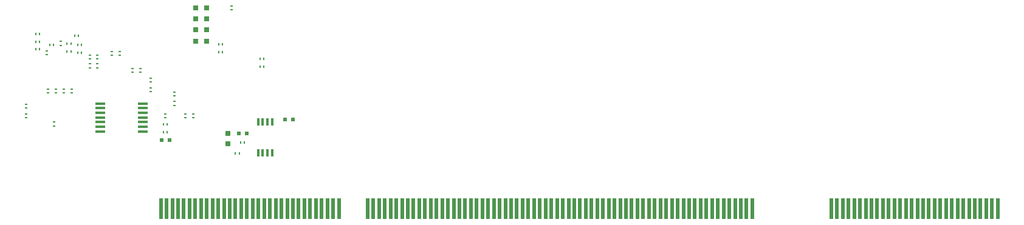
<source format=gbr>
G04 #@! TF.GenerationSoftware,KiCad,Pcbnew,(5.1.5)-3*
G04 #@! TF.CreationDate,2022-01-27T06:12:11+01:00*
G04 #@! TF.ProjectId,Riser Tioga Pass 1OU 1xPCIe x16,52697365-7220-4546-996f-676120506173,rev?*
G04 #@! TF.SameCoordinates,PX40f1fa0PY623a7c0*
G04 #@! TF.FileFunction,Paste,Bot*
G04 #@! TF.FilePolarity,Positive*
%FSLAX46Y46*%
G04 Gerber Fmt 4.6, Leading zero omitted, Abs format (unit mm)*
G04 Created by KiCad (PCBNEW (5.1.5)-3) date 2022-01-27 06:12:11*
%MOMM*%
%LPD*%
G04 APERTURE LIST*
%ADD10R,0.430000X0.280000*%
%ADD11R,0.600000X0.500000*%
%ADD12R,0.550000X3.000000*%
%ADD13R,0.750000X0.800000*%
%ADD14R,0.800000X0.750000*%
%ADD15R,1.450000X0.450000*%
%ADD16R,0.280000X0.430000*%
%ADD17R,0.400000X1.100000*%
G04 APERTURE END LIST*
D10*
X250000Y-6885000D03*
X250000Y-6365000D03*
D11*
X1775000Y-15000000D03*
X2875000Y-15000000D03*
X18975000Y-12075000D03*
X20075000Y-12075000D03*
X13625000Y-14075000D03*
X12525000Y-14075000D03*
D12*
X1695000Y-24580000D03*
X2495000Y-24580000D03*
X3295000Y-24580000D03*
X4095000Y-24580000D03*
X4895000Y-24580000D03*
X5695000Y-24580000D03*
X6495000Y-24580000D03*
X7295000Y-24580000D03*
X8095000Y-24580000D03*
X8895000Y-24580000D03*
X9695000Y-24580000D03*
X10495000Y-24580000D03*
X11295000Y-24580000D03*
X12095000Y-24580000D03*
X12895000Y-24580000D03*
X13695000Y-24580000D03*
X14495000Y-24580000D03*
X15295000Y-24580000D03*
X16095000Y-24580000D03*
X16895000Y-24580000D03*
X17695000Y-24580000D03*
X18495000Y-24580000D03*
X19295000Y-24580000D03*
X20095000Y-24580000D03*
X20895000Y-24580000D03*
X21695000Y-24580000D03*
X22495000Y-24580000D03*
X23295000Y-24580000D03*
X24095000Y-24580000D03*
X24895000Y-24580000D03*
X25695000Y-24580000D03*
X26495000Y-24580000D03*
X30495000Y-24580000D03*
X31295000Y-24580000D03*
X32095000Y-24580000D03*
X32895000Y-24580000D03*
X33695000Y-24580000D03*
X34495000Y-24580000D03*
X35295000Y-24580000D03*
X36095000Y-24580000D03*
X36895000Y-24580000D03*
X37695000Y-24580000D03*
X38495000Y-24580000D03*
X39295000Y-24580000D03*
X40095000Y-24580000D03*
X40895000Y-24580000D03*
X41695000Y-24580000D03*
X42495000Y-24580000D03*
X43295000Y-24580000D03*
X44095000Y-24580000D03*
X44895000Y-24580000D03*
X45695000Y-24580000D03*
X46495000Y-24580000D03*
X47295000Y-24580000D03*
X48095000Y-24580000D03*
X48895000Y-24580000D03*
X49695000Y-24580000D03*
X50495000Y-24580000D03*
X51295000Y-24580000D03*
X52095000Y-24580000D03*
X52895000Y-24580000D03*
X53695000Y-24580000D03*
X54495000Y-24580000D03*
X55295000Y-24580000D03*
X56095000Y-24580000D03*
X56895000Y-24580000D03*
X57695000Y-24580000D03*
X58495000Y-24580000D03*
X59295000Y-24580000D03*
X60095000Y-24580000D03*
X60895000Y-24580000D03*
X61695000Y-24580000D03*
X62495000Y-24580000D03*
X63295000Y-24580000D03*
X64095000Y-24580000D03*
X64895000Y-24580000D03*
X65695000Y-24580000D03*
X66495000Y-24580000D03*
X67295000Y-24580000D03*
X68095000Y-24580000D03*
X68895000Y-24580000D03*
X69695000Y-24580000D03*
X70495000Y-24580000D03*
X71295000Y-24580000D03*
X72095000Y-24580000D03*
X72895000Y-24580000D03*
X73695000Y-24580000D03*
X74495000Y-24580000D03*
X75295000Y-24580000D03*
X76095000Y-24580000D03*
X76895000Y-24580000D03*
X77695000Y-24580000D03*
X78495000Y-24580000D03*
X79295000Y-24580000D03*
X80095000Y-24580000D03*
X80895000Y-24580000D03*
X81695000Y-24580000D03*
X82495000Y-24580000D03*
X83295000Y-24580000D03*
X84095000Y-24580000D03*
X118295000Y-24580000D03*
X117495000Y-24580000D03*
X96695000Y-24580000D03*
X95895000Y-24580000D03*
X97495000Y-24580000D03*
X95095000Y-24580000D03*
X111895000Y-24580000D03*
X111095000Y-24580000D03*
X112695000Y-24580000D03*
X113495000Y-24580000D03*
X115095000Y-24580000D03*
X115895000Y-24580000D03*
X114295000Y-24580000D03*
X116695000Y-24580000D03*
X99095000Y-24580000D03*
X99895000Y-24580000D03*
X98295000Y-24580000D03*
X100695000Y-24580000D03*
X103095000Y-24580000D03*
X101495000Y-24580000D03*
X102295000Y-24580000D03*
X103895000Y-24580000D03*
X107895000Y-24580000D03*
X109495000Y-24580000D03*
X110295000Y-24580000D03*
X108695000Y-24580000D03*
X105495000Y-24580000D03*
X106295000Y-24580000D03*
X104695000Y-24580000D03*
X107095000Y-24580000D03*
D13*
X11075000Y-15525000D03*
X11075000Y-14025000D03*
D14*
X8050000Y3475000D03*
X6550000Y3475000D03*
X6550000Y1925000D03*
X8050000Y1925000D03*
X6550000Y400000D03*
X8050000Y400000D03*
X8075000Y-1150000D03*
X6575000Y-1150000D03*
D15*
X-825000Y-13775000D03*
X-825000Y-13125000D03*
X-825000Y-12475000D03*
X-825000Y-11825000D03*
X-825000Y-11175000D03*
X-825000Y-10525000D03*
X-825000Y-9875000D03*
X-6725000Y-9875000D03*
X-6725000Y-10525000D03*
X-6725000Y-11175000D03*
X-6725000Y-11825000D03*
X-6725000Y-12475000D03*
X-6725000Y-13125000D03*
X-6725000Y-13775000D03*
D10*
X-14175000Y-3060000D03*
X-14175000Y-2540000D03*
D16*
X12610000Y-16875000D03*
X12090000Y-16875000D03*
X12815000Y-15300000D03*
X13335000Y-15300000D03*
X2585000Y-13850000D03*
X2065000Y-13850000D03*
X2065000Y-12775000D03*
X2585000Y-12775000D03*
D10*
X-13200000Y-12475000D03*
X-13200000Y-12995000D03*
D16*
X16010000Y-3625000D03*
X15490000Y-3625000D03*
X15490000Y-4700000D03*
X16010000Y-4700000D03*
X-15735000Y-200000D03*
X-15215000Y-200000D03*
D10*
X-10725000Y-7890000D03*
X-10725000Y-8410000D03*
X250000Y-7665000D03*
X250000Y-8185000D03*
D16*
X-9860000Y-2775000D03*
X-9340000Y-2775000D03*
X-9340000Y-1675000D03*
X-9860000Y-1675000D03*
X-10310000Y-375000D03*
X-9790000Y-375000D03*
D10*
X11550000Y3190000D03*
X11550000Y3710000D03*
X-2250000Y-4955000D03*
X-2250000Y-5475000D03*
D16*
X9765000Y-2675000D03*
X10285000Y-2675000D03*
X10285000Y-1625000D03*
X9765000Y-1625000D03*
D10*
X2275000Y-11315000D03*
X2275000Y-11835000D03*
X-14000000Y-8410000D03*
X-14000000Y-7890000D03*
X-17100000Y-10510000D03*
X-17100000Y-9990000D03*
X-17100000Y-11340000D03*
X-17100000Y-11860000D03*
X3575000Y-9590000D03*
X3575000Y-10110000D03*
X3575000Y-8835000D03*
X3575000Y-8315000D03*
X5100000Y-11340000D03*
X5100000Y-11860000D03*
X6175000Y-11340000D03*
X6175000Y-11860000D03*
X-1175000Y-5485000D03*
X-1175000Y-4965000D03*
X-11800000Y-8410000D03*
X-11800000Y-7890000D03*
X-12950000Y-7890000D03*
X-12950000Y-8410000D03*
X-5125000Y-2640000D03*
X-5125000Y-3160000D03*
X-4075000Y-2640000D03*
X-4075000Y-3160000D03*
D16*
X-11360000Y-1550000D03*
X-10840000Y-1550000D03*
X-11360000Y-2600000D03*
X-10840000Y-2600000D03*
D10*
X-8175000Y-4860000D03*
X-8175000Y-4340000D03*
X-7125000Y-4860000D03*
X-7125000Y-4340000D03*
X-12225000Y-1735000D03*
X-12225000Y-1215000D03*
D16*
X-13745000Y-1725000D03*
X-13225000Y-1725000D03*
D10*
X-8175000Y-3090000D03*
X-8175000Y-3610000D03*
X-7125000Y-3090000D03*
X-7125000Y-3610000D03*
D16*
X-15735000Y-1250000D03*
X-15215000Y-1250000D03*
X-15735000Y-2300000D03*
X-15215000Y-2300000D03*
D17*
X17200000Y-12425000D03*
X16550000Y-12425000D03*
X15900000Y-12425000D03*
X15250000Y-12425000D03*
X15250000Y-16725000D03*
X15900000Y-16725000D03*
X16550000Y-16725000D03*
X17200000Y-16725000D03*
M02*

</source>
